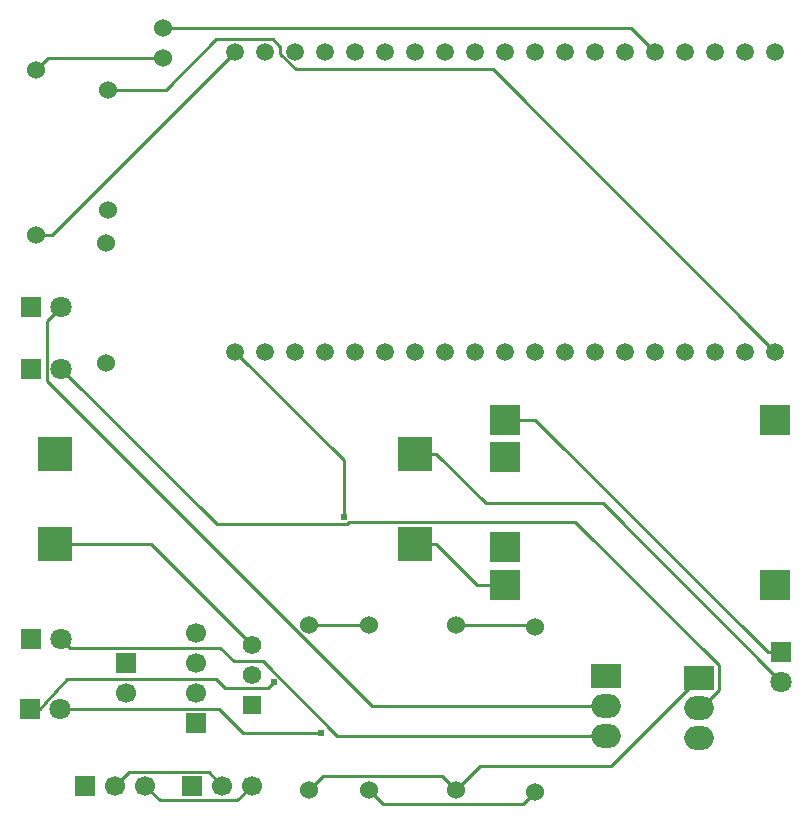
<source format=gtl>
G04 Layer: TopLayer*
G04 EasyEDA v6.5.48, 2025-03-31 17:32:00*
G04 4a954248cc764f1c991205ffb550d634,93aebdfcfbe24d40a812e2b2de22b7a1,10*
G04 Gerber Generator version 0.2*
G04 Scale: 100 percent, Rotated: No, Reflected: No *
G04 Dimensions in millimeters *
G04 leading zeros omitted , absolute positions ,4 integer and 5 decimal *
%FSLAX45Y45*%
%MOMM*%

%AMMACRO1*21,1,$1,$2,0,0,$3*%
%ADD10C,0.2540*%
%ADD11R,1.7000X1.7000*%
%ADD12C,1.7000*%
%ADD13C,1.8000*%
%ADD14R,1.8000X1.8000*%
%ADD15R,2.4999X2.4999*%
%ADD16R,3.0000X3.0000*%
%ADD17C,1.5000*%
%ADD18MACRO1,2.0015X2.4994X-90.0000*%
%ADD19O,2.4999949999999997X1.9999959999999999*%
%ADD20C,1.5240*%
%ADD21C,1.5748*%
%ADD22R,1.5748X1.5748*%
%ADD23C,0.6100*%

%LPD*%
D10*
X2992071Y213360D02*
G01*
X2945183Y167639D01*
X2575206Y167639D01*
X2499565Y243839D01*
X1241478Y243839D01*
X1054100Y38100D01*
X1016000Y-12700D01*
X918946Y-12700D02*
G01*
X1016000Y-12700D01*
X5803902Y12700D02*
G01*
X3825699Y12700D01*
X1074879Y2763520D01*
X1074879Y3271977D01*
X1193802Y3390900D01*
X1193802Y2870200D02*
G01*
X2511402Y1552600D01*
X3608326Y1552600D01*
X3625623Y1569897D01*
X5542892Y1569897D01*
X6757012Y355777D01*
X6757012Y148767D01*
X6608244Y0D01*
X6591302Y0D01*
X3393315Y-217678D02*
G01*
X2733169Y-217678D01*
X2528191Y-12700D01*
X1181102Y-12700D01*
X977902Y5397500D02*
G01*
X1079502Y5499100D01*
X2057402Y5499100D01*
X4533902Y-698500D02*
G01*
X4738423Y-493979D01*
X5843323Y-493979D01*
X6591302Y254000D01*
X4533902Y-698500D02*
G01*
X4416351Y-580948D01*
X3406853Y-580948D01*
X3289302Y-698500D01*
X3797300Y-698500D02*
G01*
X3914421Y-815621D01*
X5102585Y-815621D01*
X5207000Y-711200D01*
X4533902Y698500D02*
G01*
X5194302Y698500D01*
X5207002Y685800D01*
X2057402Y5753100D02*
G01*
X6019802Y5753100D01*
X6223002Y5549900D01*
X1651002Y-660400D02*
G01*
X1764083Y-547319D01*
X2439621Y-547319D01*
X2552702Y-660400D01*
X7239002Y3009900D02*
G01*
X4846322Y5402579D01*
X3175866Y5402579D01*
X3048002Y5530443D01*
X3048002Y5591733D01*
X2982165Y5657570D01*
X2505407Y5657570D01*
X2080211Y5232374D01*
X1587502Y5232374D01*
X2667002Y3009900D02*
G01*
X3583967Y2092934D01*
X3583967Y1611172D01*
X1905002Y-660400D02*
G01*
X2027532Y-782929D01*
X2684172Y-782929D01*
X2806702Y-660400D01*
X3289300Y698500D02*
G01*
X3797300Y698500D01*
X2667002Y5549900D02*
G01*
X1117602Y4000500D01*
X977902Y4000500D01*
X1143002Y1384300D02*
G01*
X1955802Y1384300D01*
X2806702Y533400D01*
X4368929Y1384300D02*
G01*
X4711829Y1041400D01*
X4953002Y1041400D01*
X4191002Y1384300D02*
G01*
X4368929Y1384300D01*
X4953002Y2438400D02*
G01*
X5203395Y2438400D01*
X7171895Y469900D01*
X7289802Y469900D02*
G01*
X7171895Y469900D01*
X4368929Y2146300D02*
G01*
X4786886Y1728343D01*
X5777359Y1728343D01*
X7289802Y215900D01*
X4191002Y2146300D02*
G01*
X4368929Y2146300D01*
X5803902Y-241300D02*
G01*
X3530196Y-241300D01*
X2896897Y391998D01*
X2652778Y391998D01*
X2536776Y508000D01*
X1270002Y508000D01*
X1193802Y584200D01*
D11*
G01*
X2298700Y-660400D03*
D12*
G01*
X2552700Y-660400D03*
G01*
X2806700Y-660400D03*
D13*
G01*
X1193800Y584200D03*
D14*
G01*
X939800Y584200D03*
D13*
G01*
X7289800Y215900D03*
D14*
G01*
X7289800Y469900D03*
D13*
G01*
X1181100Y-12700D03*
D14*
G01*
X927100Y-12700D03*
D13*
G01*
X1193800Y3390900D03*
D14*
G01*
X939800Y3390900D03*
D13*
G01*
X1193800Y2870200D03*
D14*
G01*
X939800Y2870200D03*
D15*
G01*
X7239000Y1041400D03*
G01*
X7239000Y2438400D03*
G01*
X4953000Y1358900D03*
G01*
X4953000Y2120900D03*
G01*
X4953000Y1041400D03*
G01*
X4953000Y2438400D03*
D16*
G01*
X4191000Y2146300D03*
G01*
X4191000Y1384300D03*
G01*
X1143000Y1384300D03*
G01*
X1143000Y2146300D03*
D17*
G01*
X2667000Y3009900D03*
G01*
X2921000Y3009900D03*
G01*
X3175000Y3009900D03*
G01*
X3429000Y3009900D03*
G01*
X3683000Y3009900D03*
G01*
X3937000Y3009900D03*
G01*
X4191000Y3009900D03*
G01*
X4445000Y3009900D03*
G01*
X4699000Y3009900D03*
G01*
X4953000Y3009900D03*
G01*
X5207000Y3009900D03*
G01*
X5461000Y3009900D03*
G01*
X5715000Y3009900D03*
G01*
X5969000Y3009900D03*
G01*
X6223000Y3009900D03*
G01*
X6477000Y3009900D03*
G01*
X6731000Y3009900D03*
G01*
X6985000Y3009900D03*
G01*
X7239000Y3009900D03*
G01*
X2667000Y5549900D03*
G01*
X2921000Y5549900D03*
G01*
X3175000Y5549900D03*
G01*
X3429000Y5549900D03*
G01*
X3683000Y5549900D03*
G01*
X3937000Y5549900D03*
G01*
X4191000Y5549900D03*
G01*
X4445000Y5549900D03*
G01*
X4699000Y5549900D03*
G01*
X4953000Y5549900D03*
G01*
X5207000Y5549900D03*
G01*
X5461000Y5549900D03*
G01*
X5715000Y5549900D03*
G01*
X5969000Y5549900D03*
G01*
X6223000Y5549900D03*
G01*
X6477000Y5549900D03*
G01*
X6731000Y5549900D03*
G01*
X6985000Y5549900D03*
G01*
X7239000Y5549900D03*
D18*
G01*
X5803900Y266700D03*
D19*
G01*
X5803900Y-241300D03*
G01*
X5803900Y12700D03*
D18*
G01*
X6591300Y254000D03*
D19*
G01*
X6591300Y-254000D03*
G01*
X6591300Y0D03*
D20*
G01*
X2057400Y5753100D03*
G01*
X2057400Y5499100D03*
G01*
X3797300Y698500D03*
G01*
X3797300Y-698500D03*
G01*
X977900Y5397500D03*
G01*
X977900Y4000500D03*
G01*
X5207000Y-711200D03*
G01*
X5207000Y685800D03*
G01*
X4533900Y-698500D03*
G01*
X4533900Y698500D03*
G01*
X3289300Y698500D03*
G01*
X3289300Y-698500D03*
G01*
X1587500Y5232374D03*
G01*
X1587500Y4216374D03*
G01*
X1574800Y3936974D03*
G01*
X1574800Y2920974D03*
D11*
G01*
X1397000Y-660400D03*
D12*
G01*
X1651000Y-660400D03*
G01*
X1905000Y-660400D03*
D11*
G01*
X1739900Y381000D03*
D12*
G01*
X1739900Y127000D03*
D21*
G01*
X2806700Y533400D03*
G01*
X2806700Y279400D03*
D22*
G01*
X2806700Y25400D03*
D11*
G01*
X2336800Y-127000D03*
D12*
G01*
X2336800Y127000D03*
G01*
X2336800Y381000D03*
G01*
X2336800Y635000D03*
D23*
G01*
X3583967Y1611172D03*
G01*
X2992071Y213969D03*
G01*
X3393315Y-217678D03*
M02*

</source>
